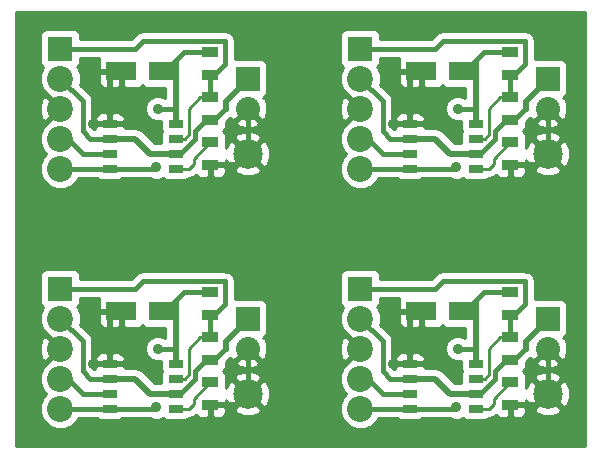
<source format=gtl>
G04 (created by PCBNEW (2013-07-07 BZR 4022)-stable) date 29/12/2014 16:41:19*
%MOIN*%
G04 Gerber Fmt 3.4, Leading zero omitted, Abs format*
%FSLAX34Y34*%
G01*
G70*
G90*
G04 APERTURE LIST*
%ADD10C,0.00590551*%
%ADD11R,0.055X0.035*%
%ADD12C,0.0984252*%
%ADD13R,0.0827X0.0827*%
%ADD14C,0.0866*%
%ADD15R,0.05X0.025*%
%ADD16R,0.08X0.08*%
%ADD17C,0.08*%
%ADD18R,0.1024X0.063*%
%ADD19C,0.035*%
%ADD20C,0.02*%
%ADD21C,0.01*%
%ADD22C,0.015*%
G04 APERTURE END LIST*
G54D10*
G54D11*
X47750Y-24625D03*
X47750Y-25375D03*
G54D12*
X49000Y-26500D03*
G54D13*
X42750Y-23000D03*
G54D14*
X42750Y-24000D03*
X42750Y-25000D03*
X42750Y-26000D03*
X42750Y-27000D03*
G54D11*
X47750Y-23125D03*
X47750Y-23875D03*
X47750Y-26125D03*
X47750Y-26875D03*
G54D15*
X44400Y-25500D03*
X44400Y-26000D03*
X44400Y-26500D03*
X44400Y-27000D03*
X46600Y-27000D03*
X46600Y-26500D03*
X46600Y-26000D03*
X46600Y-25500D03*
G54D16*
X49000Y-24000D03*
G54D17*
X49000Y-25000D03*
G54D18*
X46209Y-23750D03*
X44791Y-23750D03*
X56209Y-23750D03*
X54791Y-23750D03*
G54D16*
X59000Y-24000D03*
G54D17*
X59000Y-25000D03*
G54D15*
X54400Y-25500D03*
X54400Y-26000D03*
X54400Y-26500D03*
X54400Y-27000D03*
X56600Y-27000D03*
X56600Y-26500D03*
X56600Y-26000D03*
X56600Y-25500D03*
G54D11*
X57750Y-26125D03*
X57750Y-26875D03*
X57750Y-23125D03*
X57750Y-23875D03*
G54D13*
X52750Y-23000D03*
G54D14*
X52750Y-24000D03*
X52750Y-25000D03*
X52750Y-26000D03*
X52750Y-27000D03*
G54D12*
X59000Y-26500D03*
G54D11*
X57750Y-24625D03*
X57750Y-25375D03*
X57750Y-16625D03*
X57750Y-17375D03*
G54D12*
X59000Y-18500D03*
G54D13*
X52750Y-15000D03*
G54D14*
X52750Y-16000D03*
X52750Y-17000D03*
X52750Y-18000D03*
X52750Y-19000D03*
G54D11*
X57750Y-15125D03*
X57750Y-15875D03*
X57750Y-18125D03*
X57750Y-18875D03*
G54D15*
X54400Y-17500D03*
X54400Y-18000D03*
X54400Y-18500D03*
X54400Y-19000D03*
X56600Y-19000D03*
X56600Y-18500D03*
X56600Y-18000D03*
X56600Y-17500D03*
G54D16*
X59000Y-16000D03*
G54D17*
X59000Y-17000D03*
G54D18*
X56209Y-15750D03*
X54791Y-15750D03*
X46209Y-15750D03*
X44791Y-15750D03*
G54D16*
X49000Y-16000D03*
G54D17*
X49000Y-17000D03*
G54D15*
X44400Y-17500D03*
X44400Y-18000D03*
X44400Y-18500D03*
X44400Y-19000D03*
X46600Y-19000D03*
X46600Y-18500D03*
X46600Y-18000D03*
X46600Y-17500D03*
G54D11*
X47750Y-18125D03*
X47750Y-18875D03*
X47750Y-15125D03*
X47750Y-15875D03*
G54D13*
X42750Y-15000D03*
G54D14*
X42750Y-16000D03*
X42750Y-17000D03*
X42750Y-18000D03*
X42750Y-19000D03*
G54D12*
X49000Y-18500D03*
G54D11*
X47750Y-16625D03*
X47750Y-17375D03*
G54D19*
X45950Y-26950D03*
X46000Y-25000D03*
X56000Y-25000D03*
X55950Y-26950D03*
X55950Y-18950D03*
X56000Y-17000D03*
X46000Y-17000D03*
X45950Y-18950D03*
X43850Y-25500D03*
X53850Y-25500D03*
X53850Y-17500D03*
X43850Y-17500D03*
G54D20*
X46209Y-23750D02*
X46366Y-23750D01*
X46366Y-23750D02*
X46600Y-23984D01*
X46600Y-23984D02*
X46209Y-23750D01*
X46209Y-23750D02*
X46500Y-23750D01*
X46366Y-23750D02*
X46500Y-23750D01*
X46600Y-25500D02*
X46600Y-23984D01*
X46600Y-23984D02*
X46366Y-23750D01*
G54D21*
X46600Y-25500D02*
X46600Y-25000D01*
X46600Y-25000D02*
X46600Y-23984D01*
X46600Y-23984D02*
X46366Y-23750D01*
G54D22*
X42750Y-27000D02*
X44400Y-27000D01*
X45900Y-27000D02*
X45950Y-26950D01*
X46000Y-25000D02*
X46600Y-25000D01*
X44400Y-27000D02*
X45900Y-27000D01*
X46250Y-23750D02*
X46875Y-23125D01*
X46875Y-23125D02*
X47750Y-23125D01*
X46209Y-23750D02*
X46250Y-23750D01*
X56209Y-23750D02*
X56250Y-23750D01*
X56875Y-23125D02*
X57750Y-23125D01*
X56250Y-23750D02*
X56875Y-23125D01*
X54400Y-27000D02*
X55900Y-27000D01*
X56000Y-25000D02*
X56600Y-25000D01*
X55900Y-27000D02*
X55950Y-26950D01*
X52750Y-27000D02*
X54400Y-27000D01*
G54D21*
X56600Y-23984D02*
X56366Y-23750D01*
X56600Y-25000D02*
X56600Y-23984D01*
X56600Y-25500D02*
X56600Y-25000D01*
G54D20*
X56600Y-23984D02*
X56366Y-23750D01*
X56600Y-25500D02*
X56600Y-23984D01*
X56366Y-23750D02*
X56500Y-23750D01*
X56209Y-23750D02*
X56500Y-23750D01*
X56600Y-23984D02*
X56209Y-23750D01*
X56366Y-23750D02*
X56600Y-23984D01*
X56209Y-23750D02*
X56366Y-23750D01*
X56209Y-15750D02*
X56366Y-15750D01*
X56366Y-15750D02*
X56600Y-15984D01*
X56600Y-15984D02*
X56209Y-15750D01*
X56209Y-15750D02*
X56500Y-15750D01*
X56366Y-15750D02*
X56500Y-15750D01*
X56600Y-17500D02*
X56600Y-15984D01*
X56600Y-15984D02*
X56366Y-15750D01*
G54D21*
X56600Y-17500D02*
X56600Y-17000D01*
X56600Y-17000D02*
X56600Y-15984D01*
X56600Y-15984D02*
X56366Y-15750D01*
G54D22*
X52750Y-19000D02*
X54400Y-19000D01*
X55900Y-19000D02*
X55950Y-18950D01*
X56000Y-17000D02*
X56600Y-17000D01*
X54400Y-19000D02*
X55900Y-19000D01*
X56250Y-15750D02*
X56875Y-15125D01*
X56875Y-15125D02*
X57750Y-15125D01*
X56209Y-15750D02*
X56250Y-15750D01*
X46209Y-15750D02*
X46250Y-15750D01*
X46875Y-15125D02*
X47750Y-15125D01*
X46250Y-15750D02*
X46875Y-15125D01*
X44400Y-19000D02*
X45900Y-19000D01*
X46000Y-17000D02*
X46600Y-17000D01*
X45900Y-19000D02*
X45950Y-18950D01*
X42750Y-19000D02*
X44400Y-19000D01*
G54D21*
X46600Y-15984D02*
X46366Y-15750D01*
X46600Y-17000D02*
X46600Y-15984D01*
X46600Y-17500D02*
X46600Y-17000D01*
G54D20*
X46600Y-15984D02*
X46366Y-15750D01*
X46600Y-17500D02*
X46600Y-15984D01*
X46366Y-15750D02*
X46500Y-15750D01*
X46209Y-15750D02*
X46500Y-15750D01*
X46600Y-15984D02*
X46209Y-15750D01*
X46366Y-15750D02*
X46600Y-15984D01*
X46209Y-15750D02*
X46366Y-15750D01*
X44791Y-23750D02*
X44634Y-23750D01*
X44634Y-23750D02*
X44400Y-23984D01*
X44400Y-23984D02*
X44791Y-23750D01*
X44400Y-25500D02*
X44400Y-23984D01*
X44400Y-23984D02*
X44634Y-23750D01*
G54D21*
X44400Y-23984D02*
X44634Y-23750D01*
G54D20*
X48625Y-26875D02*
X49000Y-26500D01*
X47750Y-26875D02*
X48625Y-26875D01*
G54D22*
X43850Y-25500D02*
X44400Y-25500D01*
X49000Y-26500D02*
X49000Y-25000D01*
X59000Y-26500D02*
X59000Y-25000D01*
X53850Y-25500D02*
X54400Y-25500D01*
G54D20*
X57750Y-26875D02*
X58625Y-26875D01*
X58625Y-26875D02*
X59000Y-26500D01*
G54D21*
X54400Y-23984D02*
X54634Y-23750D01*
G54D20*
X54400Y-23984D02*
X54634Y-23750D01*
X54400Y-25500D02*
X54400Y-23984D01*
X54400Y-23984D02*
X54791Y-23750D01*
X54634Y-23750D02*
X54400Y-23984D01*
X54791Y-23750D02*
X54634Y-23750D01*
X54791Y-15750D02*
X54634Y-15750D01*
X54634Y-15750D02*
X54400Y-15984D01*
X54400Y-15984D02*
X54791Y-15750D01*
X54400Y-17500D02*
X54400Y-15984D01*
X54400Y-15984D02*
X54634Y-15750D01*
G54D21*
X54400Y-15984D02*
X54634Y-15750D01*
G54D20*
X58625Y-18875D02*
X59000Y-18500D01*
X57750Y-18875D02*
X58625Y-18875D01*
G54D22*
X53850Y-17500D02*
X54400Y-17500D01*
X59000Y-18500D02*
X59000Y-17000D01*
X49000Y-18500D02*
X49000Y-17000D01*
X43850Y-17500D02*
X44400Y-17500D01*
G54D20*
X47750Y-18875D02*
X48625Y-18875D01*
X48625Y-18875D02*
X49000Y-18500D01*
G54D21*
X44400Y-15984D02*
X44634Y-15750D01*
G54D20*
X44400Y-15984D02*
X44634Y-15750D01*
X44400Y-17500D02*
X44400Y-15984D01*
X44400Y-15984D02*
X44791Y-15750D01*
X44634Y-15750D02*
X44400Y-15984D01*
X44791Y-15750D02*
X44634Y-15750D01*
X44400Y-26000D02*
X45250Y-26000D01*
X45250Y-26000D02*
X45750Y-26500D01*
X45750Y-26500D02*
X46600Y-26500D01*
G54D21*
X45750Y-26500D02*
X46600Y-26500D01*
X45250Y-26000D02*
X45750Y-26500D01*
G54D22*
X43750Y-26000D02*
X43500Y-25750D01*
X43500Y-25750D02*
X43500Y-24750D01*
X43500Y-24750D02*
X42750Y-24000D01*
X44400Y-26000D02*
X43750Y-26000D01*
X48266Y-25000D02*
X48266Y-24733D01*
X48266Y-24733D02*
X49000Y-24000D01*
X48250Y-25000D02*
X48266Y-25000D01*
X46750Y-26500D02*
X47250Y-26000D01*
X47250Y-26000D02*
X47250Y-25750D01*
X47250Y-25750D02*
X47625Y-25375D01*
X47625Y-25375D02*
X47750Y-25375D01*
X46600Y-26500D02*
X46750Y-26500D01*
X48250Y-24750D02*
X49000Y-24000D01*
X48250Y-25000D02*
X48250Y-24750D01*
X47875Y-25375D02*
X48250Y-25000D01*
X47750Y-25375D02*
X47875Y-25375D01*
X57750Y-25375D02*
X57875Y-25375D01*
X57875Y-25375D02*
X58250Y-25000D01*
X58250Y-25000D02*
X58250Y-24750D01*
X58250Y-24750D02*
X59000Y-24000D01*
X56600Y-26500D02*
X56750Y-26500D01*
X57625Y-25375D02*
X57750Y-25375D01*
X57250Y-25750D02*
X57625Y-25375D01*
X57250Y-26000D02*
X57250Y-25750D01*
X56750Y-26500D02*
X57250Y-26000D01*
X58250Y-25000D02*
X58266Y-25000D01*
X58266Y-24733D02*
X59000Y-24000D01*
X58266Y-25000D02*
X58266Y-24733D01*
X54400Y-26000D02*
X53750Y-26000D01*
X53500Y-24750D02*
X52750Y-24000D01*
X53500Y-25750D02*
X53500Y-24750D01*
X53750Y-26000D02*
X53500Y-25750D01*
G54D21*
X55250Y-26000D02*
X55750Y-26500D01*
X55750Y-26500D02*
X56600Y-26500D01*
G54D20*
X55750Y-26500D02*
X56600Y-26500D01*
X55250Y-26000D02*
X55750Y-26500D01*
X54400Y-26000D02*
X55250Y-26000D01*
X54400Y-18000D02*
X55250Y-18000D01*
X55250Y-18000D02*
X55750Y-18500D01*
X55750Y-18500D02*
X56600Y-18500D01*
G54D21*
X55750Y-18500D02*
X56600Y-18500D01*
X55250Y-18000D02*
X55750Y-18500D01*
G54D22*
X53750Y-18000D02*
X53500Y-17750D01*
X53500Y-17750D02*
X53500Y-16750D01*
X53500Y-16750D02*
X52750Y-16000D01*
X54400Y-18000D02*
X53750Y-18000D01*
X58266Y-17000D02*
X58266Y-16733D01*
X58266Y-16733D02*
X59000Y-16000D01*
X58250Y-17000D02*
X58266Y-17000D01*
X56750Y-18500D02*
X57250Y-18000D01*
X57250Y-18000D02*
X57250Y-17750D01*
X57250Y-17750D02*
X57625Y-17375D01*
X57625Y-17375D02*
X57750Y-17375D01*
X56600Y-18500D02*
X56750Y-18500D01*
X58250Y-16750D02*
X59000Y-16000D01*
X58250Y-17000D02*
X58250Y-16750D01*
X57875Y-17375D02*
X58250Y-17000D01*
X57750Y-17375D02*
X57875Y-17375D01*
X47750Y-17375D02*
X47875Y-17375D01*
X47875Y-17375D02*
X48250Y-17000D01*
X48250Y-17000D02*
X48250Y-16750D01*
X48250Y-16750D02*
X49000Y-16000D01*
X46600Y-18500D02*
X46750Y-18500D01*
X47625Y-17375D02*
X47750Y-17375D01*
X47250Y-17750D02*
X47625Y-17375D01*
X47250Y-18000D02*
X47250Y-17750D01*
X46750Y-18500D02*
X47250Y-18000D01*
X48250Y-17000D02*
X48266Y-17000D01*
X48266Y-16733D02*
X49000Y-16000D01*
X48266Y-17000D02*
X48266Y-16733D01*
X44400Y-18000D02*
X43750Y-18000D01*
X43500Y-16750D02*
X42750Y-16000D01*
X43500Y-17750D02*
X43500Y-16750D01*
X43750Y-18000D02*
X43500Y-17750D01*
G54D21*
X45250Y-18000D02*
X45750Y-18500D01*
X45750Y-18500D02*
X46600Y-18500D01*
G54D20*
X45750Y-18500D02*
X46600Y-18500D01*
X45250Y-18000D02*
X45750Y-18500D01*
X44400Y-18000D02*
X45250Y-18000D01*
G54D21*
X46600Y-26000D02*
X46900Y-26000D01*
X47425Y-24625D02*
X47750Y-24625D01*
X47050Y-25000D02*
X47425Y-24625D01*
X47050Y-25850D02*
X47050Y-25000D01*
X46900Y-26000D02*
X47050Y-25850D01*
G54D22*
X47750Y-24625D02*
X47750Y-23875D01*
X47875Y-23875D02*
X48250Y-23500D01*
X48250Y-23500D02*
X48250Y-22750D01*
X48250Y-22750D02*
X45500Y-22750D01*
X45500Y-22750D02*
X45250Y-23000D01*
X45250Y-23000D02*
X42750Y-23000D01*
X47750Y-23875D02*
X47875Y-23875D01*
X57750Y-23875D02*
X57875Y-23875D01*
X55250Y-23000D02*
X52750Y-23000D01*
X55500Y-22750D02*
X55250Y-23000D01*
X58250Y-22750D02*
X55500Y-22750D01*
X58250Y-23500D02*
X58250Y-22750D01*
X57875Y-23875D02*
X58250Y-23500D01*
X57750Y-24625D02*
X57750Y-23875D01*
G54D21*
X56900Y-26000D02*
X57050Y-25850D01*
X57050Y-25850D02*
X57050Y-25000D01*
X57050Y-25000D02*
X57425Y-24625D01*
X57425Y-24625D02*
X57750Y-24625D01*
X56600Y-26000D02*
X56900Y-26000D01*
X56600Y-18000D02*
X56900Y-18000D01*
X57425Y-16625D02*
X57750Y-16625D01*
X57050Y-17000D02*
X57425Y-16625D01*
X57050Y-17850D02*
X57050Y-17000D01*
X56900Y-18000D02*
X57050Y-17850D01*
G54D22*
X57750Y-16625D02*
X57750Y-15875D01*
X57875Y-15875D02*
X58250Y-15500D01*
X58250Y-15500D02*
X58250Y-14750D01*
X58250Y-14750D02*
X55500Y-14750D01*
X55500Y-14750D02*
X55250Y-15000D01*
X55250Y-15000D02*
X52750Y-15000D01*
X57750Y-15875D02*
X57875Y-15875D01*
X47750Y-15875D02*
X47875Y-15875D01*
X45250Y-15000D02*
X42750Y-15000D01*
X45500Y-14750D02*
X45250Y-15000D01*
X48250Y-14750D02*
X45500Y-14750D01*
X48250Y-15500D02*
X48250Y-14750D01*
X47875Y-15875D02*
X48250Y-15500D01*
X47750Y-16625D02*
X47750Y-15875D01*
G54D21*
X46900Y-18000D02*
X47050Y-17850D01*
X47050Y-17850D02*
X47050Y-17000D01*
X47050Y-17000D02*
X47425Y-16625D01*
X47425Y-16625D02*
X47750Y-16625D01*
X46600Y-18000D02*
X46900Y-18000D01*
G54D22*
X43000Y-26000D02*
X43500Y-26500D01*
X43500Y-26500D02*
X44400Y-26500D01*
X42750Y-26000D02*
X43000Y-26000D01*
X52750Y-26000D02*
X53000Y-26000D01*
X53500Y-26500D02*
X54400Y-26500D01*
X53000Y-26000D02*
X53500Y-26500D01*
X53000Y-18000D02*
X53500Y-18500D01*
X53500Y-18500D02*
X54400Y-18500D01*
X52750Y-18000D02*
X53000Y-18000D01*
X42750Y-18000D02*
X43000Y-18000D01*
X43500Y-18500D02*
X44400Y-18500D01*
X43000Y-18000D02*
X43500Y-18500D01*
G54D21*
X46600Y-27000D02*
X47050Y-27000D01*
X47200Y-26675D02*
X47750Y-26125D01*
X47200Y-26850D02*
X47200Y-26675D01*
X47050Y-27000D02*
X47200Y-26850D01*
X57050Y-27000D02*
X57200Y-26850D01*
X57200Y-26850D02*
X57200Y-26675D01*
X57200Y-26675D02*
X57750Y-26125D01*
X56600Y-27000D02*
X57050Y-27000D01*
X56600Y-19000D02*
X57050Y-19000D01*
X57200Y-18675D02*
X57750Y-18125D01*
X57200Y-18850D02*
X57200Y-18675D01*
X57050Y-19000D02*
X57200Y-18850D01*
X47050Y-19000D02*
X47200Y-18850D01*
X47200Y-18850D02*
X47200Y-18675D01*
X47200Y-18675D02*
X47750Y-18125D01*
X46600Y-19000D02*
X47050Y-19000D01*
G54D10*
G36*
X46250Y-16648D02*
X46241Y-16639D01*
X46084Y-16575D01*
X45915Y-16574D01*
X45759Y-16639D01*
X45639Y-16758D01*
X45575Y-16915D01*
X45574Y-17084D01*
X45639Y-17240D01*
X45758Y-17360D01*
X45915Y-17424D01*
X46084Y-17425D01*
X46099Y-17418D01*
X46099Y-17424D01*
X46099Y-17674D01*
X46131Y-17750D01*
X46100Y-17825D01*
X46099Y-17924D01*
X46099Y-18150D01*
X45894Y-18150D01*
X45497Y-17752D01*
X45383Y-17676D01*
X45250Y-17650D01*
X44900Y-17650D01*
X44900Y-17325D01*
X44862Y-17233D01*
X44791Y-17163D01*
X44741Y-17142D01*
X44741Y-16252D01*
X44741Y-15800D01*
X44091Y-15800D01*
X44029Y-15862D01*
X44028Y-16015D01*
X44029Y-16114D01*
X44067Y-16206D01*
X44137Y-16277D01*
X44229Y-16315D01*
X44678Y-16315D01*
X44741Y-16252D01*
X44741Y-17142D01*
X44699Y-17125D01*
X44600Y-17124D01*
X44512Y-17125D01*
X44450Y-17187D01*
X44450Y-17450D01*
X44837Y-17450D01*
X44900Y-17387D01*
X44900Y-17325D01*
X44900Y-17650D01*
X44900Y-17650D01*
X44900Y-17612D01*
X44837Y-17550D01*
X44450Y-17550D01*
X44450Y-17557D01*
X44350Y-17557D01*
X44350Y-17550D01*
X44350Y-17450D01*
X44350Y-17187D01*
X44287Y-17125D01*
X44199Y-17124D01*
X44100Y-17125D01*
X44008Y-17163D01*
X43937Y-17233D01*
X43899Y-17325D01*
X43900Y-17387D01*
X43962Y-17450D01*
X44350Y-17450D01*
X44350Y-17550D01*
X43962Y-17550D01*
X43900Y-17612D01*
X43899Y-17674D01*
X43900Y-17675D01*
X43884Y-17675D01*
X43825Y-17615D01*
X43825Y-16750D01*
X43824Y-16749D01*
X43825Y-16749D01*
X43820Y-16725D01*
X43800Y-16625D01*
X43800Y-16625D01*
X43729Y-16520D01*
X43729Y-16520D01*
X43407Y-16197D01*
X43432Y-16136D01*
X43433Y-15864D01*
X43329Y-15613D01*
X43323Y-15607D01*
X43375Y-15555D01*
X43413Y-15463D01*
X43413Y-15363D01*
X43413Y-15325D01*
X44053Y-15325D01*
X44029Y-15385D01*
X44028Y-15484D01*
X44029Y-15637D01*
X44091Y-15700D01*
X44741Y-15700D01*
X44741Y-15692D01*
X44841Y-15692D01*
X44841Y-15700D01*
X44848Y-15700D01*
X44848Y-15800D01*
X44841Y-15800D01*
X44841Y-16252D01*
X44903Y-16315D01*
X45352Y-16315D01*
X45444Y-16277D01*
X45500Y-16221D01*
X45555Y-16276D01*
X45647Y-16314D01*
X45746Y-16315D01*
X46250Y-16315D01*
X46250Y-16648D01*
X46250Y-16648D01*
G37*
G54D21*
X46250Y-16648D02*
X46241Y-16639D01*
X46084Y-16575D01*
X45915Y-16574D01*
X45759Y-16639D01*
X45639Y-16758D01*
X45575Y-16915D01*
X45574Y-17084D01*
X45639Y-17240D01*
X45758Y-17360D01*
X45915Y-17424D01*
X46084Y-17425D01*
X46099Y-17418D01*
X46099Y-17424D01*
X46099Y-17674D01*
X46131Y-17750D01*
X46100Y-17825D01*
X46099Y-17924D01*
X46099Y-18150D01*
X45894Y-18150D01*
X45497Y-17752D01*
X45383Y-17676D01*
X45250Y-17650D01*
X44900Y-17650D01*
X44900Y-17325D01*
X44862Y-17233D01*
X44791Y-17163D01*
X44741Y-17142D01*
X44741Y-16252D01*
X44741Y-15800D01*
X44091Y-15800D01*
X44029Y-15862D01*
X44028Y-16015D01*
X44029Y-16114D01*
X44067Y-16206D01*
X44137Y-16277D01*
X44229Y-16315D01*
X44678Y-16315D01*
X44741Y-16252D01*
X44741Y-17142D01*
X44699Y-17125D01*
X44600Y-17124D01*
X44512Y-17125D01*
X44450Y-17187D01*
X44450Y-17450D01*
X44837Y-17450D01*
X44900Y-17387D01*
X44900Y-17325D01*
X44900Y-17650D01*
X44900Y-17650D01*
X44900Y-17612D01*
X44837Y-17550D01*
X44450Y-17550D01*
X44450Y-17557D01*
X44350Y-17557D01*
X44350Y-17550D01*
X44350Y-17450D01*
X44350Y-17187D01*
X44287Y-17125D01*
X44199Y-17124D01*
X44100Y-17125D01*
X44008Y-17163D01*
X43937Y-17233D01*
X43899Y-17325D01*
X43900Y-17387D01*
X43962Y-17450D01*
X44350Y-17450D01*
X44350Y-17550D01*
X43962Y-17550D01*
X43900Y-17612D01*
X43899Y-17674D01*
X43900Y-17675D01*
X43884Y-17675D01*
X43825Y-17615D01*
X43825Y-16750D01*
X43824Y-16749D01*
X43825Y-16749D01*
X43820Y-16725D01*
X43800Y-16625D01*
X43800Y-16625D01*
X43729Y-16520D01*
X43729Y-16520D01*
X43407Y-16197D01*
X43432Y-16136D01*
X43433Y-15864D01*
X43329Y-15613D01*
X43323Y-15607D01*
X43375Y-15555D01*
X43413Y-15463D01*
X43413Y-15363D01*
X43413Y-15325D01*
X44053Y-15325D01*
X44029Y-15385D01*
X44028Y-15484D01*
X44029Y-15637D01*
X44091Y-15700D01*
X44741Y-15700D01*
X44741Y-15692D01*
X44841Y-15692D01*
X44841Y-15700D01*
X44848Y-15700D01*
X44848Y-15800D01*
X44841Y-15800D01*
X44841Y-16252D01*
X44903Y-16315D01*
X45352Y-16315D01*
X45444Y-16277D01*
X45500Y-16221D01*
X45555Y-16276D01*
X45647Y-16314D01*
X45746Y-16315D01*
X46250Y-16315D01*
X46250Y-16648D01*
G54D10*
G36*
X46250Y-24648D02*
X46241Y-24639D01*
X46084Y-24575D01*
X45915Y-24574D01*
X45759Y-24639D01*
X45639Y-24758D01*
X45575Y-24915D01*
X45574Y-25084D01*
X45639Y-25240D01*
X45758Y-25360D01*
X45915Y-25424D01*
X46084Y-25425D01*
X46099Y-25418D01*
X46099Y-25424D01*
X46099Y-25674D01*
X46131Y-25750D01*
X46100Y-25825D01*
X46099Y-25924D01*
X46099Y-26150D01*
X45894Y-26150D01*
X45497Y-25752D01*
X45383Y-25676D01*
X45250Y-25650D01*
X44900Y-25650D01*
X44900Y-25325D01*
X44862Y-25233D01*
X44791Y-25163D01*
X44741Y-25142D01*
X44741Y-24252D01*
X44741Y-23800D01*
X44091Y-23800D01*
X44029Y-23862D01*
X44028Y-24015D01*
X44029Y-24114D01*
X44067Y-24206D01*
X44137Y-24277D01*
X44229Y-24315D01*
X44678Y-24315D01*
X44741Y-24252D01*
X44741Y-25142D01*
X44699Y-25125D01*
X44600Y-25124D01*
X44512Y-25125D01*
X44450Y-25187D01*
X44450Y-25450D01*
X44837Y-25450D01*
X44900Y-25387D01*
X44900Y-25325D01*
X44900Y-25650D01*
X44900Y-25650D01*
X44900Y-25612D01*
X44837Y-25550D01*
X44450Y-25550D01*
X44450Y-25557D01*
X44350Y-25557D01*
X44350Y-25550D01*
X44350Y-25450D01*
X44350Y-25187D01*
X44287Y-25125D01*
X44199Y-25124D01*
X44100Y-25125D01*
X44008Y-25163D01*
X43937Y-25233D01*
X43899Y-25325D01*
X43900Y-25387D01*
X43962Y-25450D01*
X44350Y-25450D01*
X44350Y-25550D01*
X43962Y-25550D01*
X43900Y-25612D01*
X43899Y-25674D01*
X43900Y-25675D01*
X43884Y-25675D01*
X43825Y-25615D01*
X43825Y-24750D01*
X43824Y-24749D01*
X43825Y-24749D01*
X43820Y-24725D01*
X43800Y-24625D01*
X43800Y-24625D01*
X43729Y-24520D01*
X43729Y-24520D01*
X43407Y-24197D01*
X43432Y-24136D01*
X43433Y-23864D01*
X43329Y-23613D01*
X43323Y-23607D01*
X43375Y-23555D01*
X43413Y-23463D01*
X43413Y-23363D01*
X43413Y-23325D01*
X44053Y-23325D01*
X44029Y-23385D01*
X44028Y-23484D01*
X44029Y-23637D01*
X44091Y-23700D01*
X44741Y-23700D01*
X44741Y-23692D01*
X44841Y-23692D01*
X44841Y-23700D01*
X44848Y-23700D01*
X44848Y-23800D01*
X44841Y-23800D01*
X44841Y-24252D01*
X44903Y-24315D01*
X45352Y-24315D01*
X45444Y-24277D01*
X45500Y-24221D01*
X45555Y-24276D01*
X45647Y-24314D01*
X45746Y-24315D01*
X46250Y-24315D01*
X46250Y-24648D01*
X46250Y-24648D01*
G37*
G54D21*
X46250Y-24648D02*
X46241Y-24639D01*
X46084Y-24575D01*
X45915Y-24574D01*
X45759Y-24639D01*
X45639Y-24758D01*
X45575Y-24915D01*
X45574Y-25084D01*
X45639Y-25240D01*
X45758Y-25360D01*
X45915Y-25424D01*
X46084Y-25425D01*
X46099Y-25418D01*
X46099Y-25424D01*
X46099Y-25674D01*
X46131Y-25750D01*
X46100Y-25825D01*
X46099Y-25924D01*
X46099Y-26150D01*
X45894Y-26150D01*
X45497Y-25752D01*
X45383Y-25676D01*
X45250Y-25650D01*
X44900Y-25650D01*
X44900Y-25325D01*
X44862Y-25233D01*
X44791Y-25163D01*
X44741Y-25142D01*
X44741Y-24252D01*
X44741Y-23800D01*
X44091Y-23800D01*
X44029Y-23862D01*
X44028Y-24015D01*
X44029Y-24114D01*
X44067Y-24206D01*
X44137Y-24277D01*
X44229Y-24315D01*
X44678Y-24315D01*
X44741Y-24252D01*
X44741Y-25142D01*
X44699Y-25125D01*
X44600Y-25124D01*
X44512Y-25125D01*
X44450Y-25187D01*
X44450Y-25450D01*
X44837Y-25450D01*
X44900Y-25387D01*
X44900Y-25325D01*
X44900Y-25650D01*
X44900Y-25650D01*
X44900Y-25612D01*
X44837Y-25550D01*
X44450Y-25550D01*
X44450Y-25557D01*
X44350Y-25557D01*
X44350Y-25550D01*
X44350Y-25450D01*
X44350Y-25187D01*
X44287Y-25125D01*
X44199Y-25124D01*
X44100Y-25125D01*
X44008Y-25163D01*
X43937Y-25233D01*
X43899Y-25325D01*
X43900Y-25387D01*
X43962Y-25450D01*
X44350Y-25450D01*
X44350Y-25550D01*
X43962Y-25550D01*
X43900Y-25612D01*
X43899Y-25674D01*
X43900Y-25675D01*
X43884Y-25675D01*
X43825Y-25615D01*
X43825Y-24750D01*
X43824Y-24749D01*
X43825Y-24749D01*
X43820Y-24725D01*
X43800Y-24625D01*
X43800Y-24625D01*
X43729Y-24520D01*
X43729Y-24520D01*
X43407Y-24197D01*
X43432Y-24136D01*
X43433Y-23864D01*
X43329Y-23613D01*
X43323Y-23607D01*
X43375Y-23555D01*
X43413Y-23463D01*
X43413Y-23363D01*
X43413Y-23325D01*
X44053Y-23325D01*
X44029Y-23385D01*
X44028Y-23484D01*
X44029Y-23637D01*
X44091Y-23700D01*
X44741Y-23700D01*
X44741Y-23692D01*
X44841Y-23692D01*
X44841Y-23700D01*
X44848Y-23700D01*
X44848Y-23800D01*
X44841Y-23800D01*
X44841Y-24252D01*
X44903Y-24315D01*
X45352Y-24315D01*
X45444Y-24277D01*
X45500Y-24221D01*
X45555Y-24276D01*
X45647Y-24314D01*
X45746Y-24315D01*
X46250Y-24315D01*
X46250Y-24648D01*
G54D10*
G36*
X56250Y-16648D02*
X56241Y-16639D01*
X56084Y-16575D01*
X55915Y-16574D01*
X55759Y-16639D01*
X55639Y-16758D01*
X55575Y-16915D01*
X55574Y-17084D01*
X55639Y-17240D01*
X55758Y-17360D01*
X55915Y-17424D01*
X56084Y-17425D01*
X56099Y-17418D01*
X56099Y-17424D01*
X56099Y-17674D01*
X56131Y-17750D01*
X56100Y-17825D01*
X56099Y-17924D01*
X56099Y-18150D01*
X55894Y-18150D01*
X55497Y-17752D01*
X55383Y-17676D01*
X55250Y-17650D01*
X54900Y-17650D01*
X54900Y-17325D01*
X54862Y-17233D01*
X54791Y-17163D01*
X54741Y-17142D01*
X54741Y-16252D01*
X54741Y-15800D01*
X54091Y-15800D01*
X54029Y-15862D01*
X54028Y-16015D01*
X54029Y-16114D01*
X54067Y-16206D01*
X54137Y-16277D01*
X54229Y-16315D01*
X54678Y-16315D01*
X54741Y-16252D01*
X54741Y-17142D01*
X54699Y-17125D01*
X54600Y-17124D01*
X54512Y-17125D01*
X54450Y-17187D01*
X54450Y-17450D01*
X54837Y-17450D01*
X54900Y-17387D01*
X54900Y-17325D01*
X54900Y-17650D01*
X54900Y-17650D01*
X54900Y-17612D01*
X54837Y-17550D01*
X54450Y-17550D01*
X54450Y-17557D01*
X54350Y-17557D01*
X54350Y-17550D01*
X54350Y-17450D01*
X54350Y-17187D01*
X54287Y-17125D01*
X54199Y-17124D01*
X54100Y-17125D01*
X54008Y-17163D01*
X53937Y-17233D01*
X53899Y-17325D01*
X53900Y-17387D01*
X53962Y-17450D01*
X54350Y-17450D01*
X54350Y-17550D01*
X53962Y-17550D01*
X53900Y-17612D01*
X53899Y-17674D01*
X53900Y-17675D01*
X53884Y-17675D01*
X53825Y-17615D01*
X53825Y-16750D01*
X53824Y-16749D01*
X53825Y-16749D01*
X53820Y-16725D01*
X53800Y-16625D01*
X53800Y-16625D01*
X53729Y-16520D01*
X53729Y-16520D01*
X53407Y-16197D01*
X53432Y-16136D01*
X53433Y-15864D01*
X53329Y-15613D01*
X53323Y-15607D01*
X53375Y-15555D01*
X53413Y-15463D01*
X53413Y-15363D01*
X53413Y-15325D01*
X54053Y-15325D01*
X54029Y-15385D01*
X54028Y-15484D01*
X54029Y-15637D01*
X54091Y-15700D01*
X54741Y-15700D01*
X54741Y-15692D01*
X54841Y-15692D01*
X54841Y-15700D01*
X54848Y-15700D01*
X54848Y-15800D01*
X54841Y-15800D01*
X54841Y-16252D01*
X54903Y-16315D01*
X55352Y-16315D01*
X55444Y-16277D01*
X55500Y-16221D01*
X55555Y-16276D01*
X55647Y-16314D01*
X55746Y-16315D01*
X56250Y-16315D01*
X56250Y-16648D01*
X56250Y-16648D01*
G37*
G54D21*
X56250Y-16648D02*
X56241Y-16639D01*
X56084Y-16575D01*
X55915Y-16574D01*
X55759Y-16639D01*
X55639Y-16758D01*
X55575Y-16915D01*
X55574Y-17084D01*
X55639Y-17240D01*
X55758Y-17360D01*
X55915Y-17424D01*
X56084Y-17425D01*
X56099Y-17418D01*
X56099Y-17424D01*
X56099Y-17674D01*
X56131Y-17750D01*
X56100Y-17825D01*
X56099Y-17924D01*
X56099Y-18150D01*
X55894Y-18150D01*
X55497Y-17752D01*
X55383Y-17676D01*
X55250Y-17650D01*
X54900Y-17650D01*
X54900Y-17325D01*
X54862Y-17233D01*
X54791Y-17163D01*
X54741Y-17142D01*
X54741Y-16252D01*
X54741Y-15800D01*
X54091Y-15800D01*
X54029Y-15862D01*
X54028Y-16015D01*
X54029Y-16114D01*
X54067Y-16206D01*
X54137Y-16277D01*
X54229Y-16315D01*
X54678Y-16315D01*
X54741Y-16252D01*
X54741Y-17142D01*
X54699Y-17125D01*
X54600Y-17124D01*
X54512Y-17125D01*
X54450Y-17187D01*
X54450Y-17450D01*
X54837Y-17450D01*
X54900Y-17387D01*
X54900Y-17325D01*
X54900Y-17650D01*
X54900Y-17650D01*
X54900Y-17612D01*
X54837Y-17550D01*
X54450Y-17550D01*
X54450Y-17557D01*
X54350Y-17557D01*
X54350Y-17550D01*
X54350Y-17450D01*
X54350Y-17187D01*
X54287Y-17125D01*
X54199Y-17124D01*
X54100Y-17125D01*
X54008Y-17163D01*
X53937Y-17233D01*
X53899Y-17325D01*
X53900Y-17387D01*
X53962Y-17450D01*
X54350Y-17450D01*
X54350Y-17550D01*
X53962Y-17550D01*
X53900Y-17612D01*
X53899Y-17674D01*
X53900Y-17675D01*
X53884Y-17675D01*
X53825Y-17615D01*
X53825Y-16750D01*
X53824Y-16749D01*
X53825Y-16749D01*
X53820Y-16725D01*
X53800Y-16625D01*
X53800Y-16625D01*
X53729Y-16520D01*
X53729Y-16520D01*
X53407Y-16197D01*
X53432Y-16136D01*
X53433Y-15864D01*
X53329Y-15613D01*
X53323Y-15607D01*
X53375Y-15555D01*
X53413Y-15463D01*
X53413Y-15363D01*
X53413Y-15325D01*
X54053Y-15325D01*
X54029Y-15385D01*
X54028Y-15484D01*
X54029Y-15637D01*
X54091Y-15700D01*
X54741Y-15700D01*
X54741Y-15692D01*
X54841Y-15692D01*
X54841Y-15700D01*
X54848Y-15700D01*
X54848Y-15800D01*
X54841Y-15800D01*
X54841Y-16252D01*
X54903Y-16315D01*
X55352Y-16315D01*
X55444Y-16277D01*
X55500Y-16221D01*
X55555Y-16276D01*
X55647Y-16314D01*
X55746Y-16315D01*
X56250Y-16315D01*
X56250Y-16648D01*
G54D10*
G36*
X56250Y-24648D02*
X56241Y-24639D01*
X56084Y-24575D01*
X55915Y-24574D01*
X55759Y-24639D01*
X55639Y-24758D01*
X55575Y-24915D01*
X55574Y-25084D01*
X55639Y-25240D01*
X55758Y-25360D01*
X55915Y-25424D01*
X56084Y-25425D01*
X56099Y-25418D01*
X56099Y-25424D01*
X56099Y-25674D01*
X56131Y-25750D01*
X56100Y-25825D01*
X56099Y-25924D01*
X56099Y-26150D01*
X55894Y-26150D01*
X55497Y-25752D01*
X55383Y-25676D01*
X55250Y-25650D01*
X54900Y-25650D01*
X54900Y-25325D01*
X54862Y-25233D01*
X54791Y-25163D01*
X54741Y-25142D01*
X54741Y-24252D01*
X54741Y-23800D01*
X54091Y-23800D01*
X54029Y-23862D01*
X54028Y-24015D01*
X54029Y-24114D01*
X54067Y-24206D01*
X54137Y-24277D01*
X54229Y-24315D01*
X54678Y-24315D01*
X54741Y-24252D01*
X54741Y-25142D01*
X54699Y-25125D01*
X54600Y-25124D01*
X54512Y-25125D01*
X54450Y-25187D01*
X54450Y-25450D01*
X54837Y-25450D01*
X54900Y-25387D01*
X54900Y-25325D01*
X54900Y-25650D01*
X54900Y-25650D01*
X54900Y-25612D01*
X54837Y-25550D01*
X54450Y-25550D01*
X54450Y-25557D01*
X54350Y-25557D01*
X54350Y-25550D01*
X54350Y-25450D01*
X54350Y-25187D01*
X54287Y-25125D01*
X54199Y-25124D01*
X54100Y-25125D01*
X54008Y-25163D01*
X53937Y-25233D01*
X53899Y-25325D01*
X53900Y-25387D01*
X53962Y-25450D01*
X54350Y-25450D01*
X54350Y-25550D01*
X53962Y-25550D01*
X53900Y-25612D01*
X53899Y-25674D01*
X53900Y-25675D01*
X53884Y-25675D01*
X53825Y-25615D01*
X53825Y-24750D01*
X53824Y-24749D01*
X53825Y-24749D01*
X53820Y-24725D01*
X53800Y-24625D01*
X53800Y-24625D01*
X53729Y-24520D01*
X53729Y-24520D01*
X53407Y-24197D01*
X53432Y-24136D01*
X53433Y-23864D01*
X53329Y-23613D01*
X53323Y-23607D01*
X53375Y-23555D01*
X53413Y-23463D01*
X53413Y-23363D01*
X53413Y-23325D01*
X54053Y-23325D01*
X54029Y-23385D01*
X54028Y-23484D01*
X54029Y-23637D01*
X54091Y-23700D01*
X54741Y-23700D01*
X54741Y-23692D01*
X54841Y-23692D01*
X54841Y-23700D01*
X54848Y-23700D01*
X54848Y-23800D01*
X54841Y-23800D01*
X54841Y-24252D01*
X54903Y-24315D01*
X55352Y-24315D01*
X55444Y-24277D01*
X55500Y-24221D01*
X55555Y-24276D01*
X55647Y-24314D01*
X55746Y-24315D01*
X56250Y-24315D01*
X56250Y-24648D01*
X56250Y-24648D01*
G37*
G54D21*
X56250Y-24648D02*
X56241Y-24639D01*
X56084Y-24575D01*
X55915Y-24574D01*
X55759Y-24639D01*
X55639Y-24758D01*
X55575Y-24915D01*
X55574Y-25084D01*
X55639Y-25240D01*
X55758Y-25360D01*
X55915Y-25424D01*
X56084Y-25425D01*
X56099Y-25418D01*
X56099Y-25424D01*
X56099Y-25674D01*
X56131Y-25750D01*
X56100Y-25825D01*
X56099Y-25924D01*
X56099Y-26150D01*
X55894Y-26150D01*
X55497Y-25752D01*
X55383Y-25676D01*
X55250Y-25650D01*
X54900Y-25650D01*
X54900Y-25325D01*
X54862Y-25233D01*
X54791Y-25163D01*
X54741Y-25142D01*
X54741Y-24252D01*
X54741Y-23800D01*
X54091Y-23800D01*
X54029Y-23862D01*
X54028Y-24015D01*
X54029Y-24114D01*
X54067Y-24206D01*
X54137Y-24277D01*
X54229Y-24315D01*
X54678Y-24315D01*
X54741Y-24252D01*
X54741Y-25142D01*
X54699Y-25125D01*
X54600Y-25124D01*
X54512Y-25125D01*
X54450Y-25187D01*
X54450Y-25450D01*
X54837Y-25450D01*
X54900Y-25387D01*
X54900Y-25325D01*
X54900Y-25650D01*
X54900Y-25650D01*
X54900Y-25612D01*
X54837Y-25550D01*
X54450Y-25550D01*
X54450Y-25557D01*
X54350Y-25557D01*
X54350Y-25550D01*
X54350Y-25450D01*
X54350Y-25187D01*
X54287Y-25125D01*
X54199Y-25124D01*
X54100Y-25125D01*
X54008Y-25163D01*
X53937Y-25233D01*
X53899Y-25325D01*
X53900Y-25387D01*
X53962Y-25450D01*
X54350Y-25450D01*
X54350Y-25550D01*
X53962Y-25550D01*
X53900Y-25612D01*
X53899Y-25674D01*
X53900Y-25675D01*
X53884Y-25675D01*
X53825Y-25615D01*
X53825Y-24750D01*
X53824Y-24749D01*
X53825Y-24749D01*
X53820Y-24725D01*
X53800Y-24625D01*
X53800Y-24625D01*
X53729Y-24520D01*
X53729Y-24520D01*
X53407Y-24197D01*
X53432Y-24136D01*
X53433Y-23864D01*
X53329Y-23613D01*
X53323Y-23607D01*
X53375Y-23555D01*
X53413Y-23463D01*
X53413Y-23363D01*
X53413Y-23325D01*
X54053Y-23325D01*
X54029Y-23385D01*
X54028Y-23484D01*
X54029Y-23637D01*
X54091Y-23700D01*
X54741Y-23700D01*
X54741Y-23692D01*
X54841Y-23692D01*
X54841Y-23700D01*
X54848Y-23700D01*
X54848Y-23800D01*
X54841Y-23800D01*
X54841Y-24252D01*
X54903Y-24315D01*
X55352Y-24315D01*
X55444Y-24277D01*
X55500Y-24221D01*
X55555Y-24276D01*
X55647Y-24314D01*
X55746Y-24315D01*
X56250Y-24315D01*
X56250Y-24648D01*
G54D10*
G36*
X60230Y-28230D02*
X59745Y-28230D01*
X59745Y-26627D01*
X59745Y-18627D01*
X59737Y-18332D01*
X59654Y-18130D01*
X59654Y-17105D01*
X59644Y-16847D01*
X59564Y-16652D01*
X59501Y-16628D01*
X59541Y-16612D01*
X59611Y-16541D01*
X59649Y-16449D01*
X59650Y-16350D01*
X59650Y-15550D01*
X59612Y-15458D01*
X59541Y-15388D01*
X59449Y-15350D01*
X59350Y-15349D01*
X58575Y-15349D01*
X58575Y-14750D01*
X58550Y-14625D01*
X58479Y-14520D01*
X58374Y-14449D01*
X58250Y-14425D01*
X55500Y-14425D01*
X55375Y-14449D01*
X55270Y-14520D01*
X55270Y-14520D01*
X55115Y-14675D01*
X53413Y-14675D01*
X53413Y-14536D01*
X53375Y-14445D01*
X53305Y-14374D01*
X53213Y-14336D01*
X53113Y-14336D01*
X52286Y-14336D01*
X52195Y-14374D01*
X52124Y-14444D01*
X52086Y-14536D01*
X52086Y-14636D01*
X52086Y-15463D01*
X52124Y-15554D01*
X52176Y-15607D01*
X52171Y-15612D01*
X52067Y-15863D01*
X52066Y-16135D01*
X52170Y-16386D01*
X52362Y-16578D01*
X52425Y-16604D01*
X52750Y-16929D01*
X52755Y-16923D01*
X52826Y-16994D01*
X52820Y-17000D01*
X52826Y-17005D01*
X52755Y-17076D01*
X52750Y-17070D01*
X52679Y-17141D01*
X52679Y-17000D01*
X52267Y-16588D01*
X52158Y-16632D01*
X52062Y-16886D01*
X52071Y-17158D01*
X52158Y-17367D01*
X52267Y-17411D01*
X52679Y-17000D01*
X52679Y-17141D01*
X52425Y-17394D01*
X52363Y-17420D01*
X52171Y-17612D01*
X52067Y-17863D01*
X52066Y-18135D01*
X52170Y-18386D01*
X52284Y-18500D01*
X52171Y-18612D01*
X52067Y-18863D01*
X52066Y-19135D01*
X52170Y-19386D01*
X52362Y-19578D01*
X52613Y-19682D01*
X52885Y-19683D01*
X53136Y-19579D01*
X53328Y-19387D01*
X53354Y-19325D01*
X53996Y-19325D01*
X54008Y-19336D01*
X54100Y-19374D01*
X54199Y-19375D01*
X54699Y-19375D01*
X54791Y-19337D01*
X54803Y-19325D01*
X55744Y-19325D01*
X55865Y-19374D01*
X56034Y-19375D01*
X56184Y-19312D01*
X56208Y-19336D01*
X56300Y-19374D01*
X56399Y-19375D01*
X56899Y-19375D01*
X56991Y-19337D01*
X57028Y-19300D01*
X57050Y-19300D01*
X57050Y-19299D01*
X57164Y-19277D01*
X57164Y-19277D01*
X57262Y-19212D01*
X57272Y-19201D01*
X57333Y-19261D01*
X57425Y-19299D01*
X57524Y-19300D01*
X57637Y-19300D01*
X57700Y-19237D01*
X57700Y-18925D01*
X57692Y-18925D01*
X57692Y-18825D01*
X57700Y-18825D01*
X57700Y-18817D01*
X57800Y-18817D01*
X57800Y-18825D01*
X58212Y-18825D01*
X58275Y-18762D01*
X58275Y-18698D01*
X58359Y-18903D01*
X58475Y-18954D01*
X58929Y-18500D01*
X58475Y-18045D01*
X58359Y-18096D01*
X58274Y-18318D01*
X58275Y-18250D01*
X58275Y-17900D01*
X58237Y-17808D01*
X58178Y-17749D01*
X58236Y-17691D01*
X58274Y-17599D01*
X58275Y-17500D01*
X58275Y-17434D01*
X58414Y-17295D01*
X58435Y-17347D01*
X58541Y-17387D01*
X58929Y-17000D01*
X58923Y-16994D01*
X58994Y-16923D01*
X59000Y-16929D01*
X59005Y-16923D01*
X59076Y-16994D01*
X59070Y-17000D01*
X59458Y-17387D01*
X59564Y-17347D01*
X59654Y-17105D01*
X59654Y-18130D01*
X59640Y-18096D01*
X59524Y-18045D01*
X59454Y-18116D01*
X59454Y-17975D01*
X59403Y-17859D01*
X59387Y-17853D01*
X59387Y-17458D01*
X59000Y-17070D01*
X58612Y-17458D01*
X58652Y-17564D01*
X58894Y-17654D01*
X59152Y-17644D01*
X59347Y-17564D01*
X59387Y-17458D01*
X59387Y-17853D01*
X59127Y-17754D01*
X58832Y-17762D01*
X58596Y-17859D01*
X58545Y-17975D01*
X59000Y-18429D01*
X59454Y-17975D01*
X59454Y-18116D01*
X59070Y-18500D01*
X59524Y-18954D01*
X59640Y-18903D01*
X59745Y-18627D01*
X59745Y-26627D01*
X59737Y-26332D01*
X59654Y-26130D01*
X59654Y-25105D01*
X59644Y-24847D01*
X59564Y-24652D01*
X59501Y-24628D01*
X59541Y-24612D01*
X59611Y-24541D01*
X59649Y-24449D01*
X59650Y-24350D01*
X59650Y-23550D01*
X59612Y-23458D01*
X59541Y-23388D01*
X59454Y-23351D01*
X59454Y-19024D01*
X59000Y-18570D01*
X58545Y-19024D01*
X58596Y-19140D01*
X58872Y-19245D01*
X59167Y-19237D01*
X59403Y-19140D01*
X59454Y-19024D01*
X59454Y-23351D01*
X59449Y-23350D01*
X59350Y-23349D01*
X58575Y-23349D01*
X58575Y-22750D01*
X58550Y-22625D01*
X58479Y-22520D01*
X58374Y-22449D01*
X58275Y-22429D01*
X58275Y-19099D01*
X58275Y-18987D01*
X58212Y-18925D01*
X57800Y-18925D01*
X57800Y-19237D01*
X57862Y-19300D01*
X57975Y-19300D01*
X58074Y-19299D01*
X58166Y-19261D01*
X58237Y-19191D01*
X58275Y-19099D01*
X58275Y-22429D01*
X58250Y-22425D01*
X55500Y-22425D01*
X55375Y-22449D01*
X55270Y-22520D01*
X55270Y-22520D01*
X55115Y-22675D01*
X53413Y-22675D01*
X53413Y-22536D01*
X53375Y-22445D01*
X53305Y-22374D01*
X53213Y-22336D01*
X53113Y-22336D01*
X52286Y-22336D01*
X52195Y-22374D01*
X52124Y-22444D01*
X52086Y-22536D01*
X52086Y-22636D01*
X52086Y-23463D01*
X52124Y-23554D01*
X52176Y-23607D01*
X52171Y-23612D01*
X52067Y-23863D01*
X52066Y-24135D01*
X52170Y-24386D01*
X52362Y-24578D01*
X52425Y-24604D01*
X52750Y-24929D01*
X52755Y-24923D01*
X52826Y-24994D01*
X52820Y-25000D01*
X52826Y-25005D01*
X52755Y-25076D01*
X52750Y-25070D01*
X52679Y-25141D01*
X52679Y-25000D01*
X52267Y-24588D01*
X52158Y-24632D01*
X52062Y-24886D01*
X52071Y-25158D01*
X52158Y-25367D01*
X52267Y-25411D01*
X52679Y-25000D01*
X52679Y-25141D01*
X52425Y-25394D01*
X52363Y-25420D01*
X52171Y-25612D01*
X52067Y-25863D01*
X52066Y-26135D01*
X52170Y-26386D01*
X52284Y-26500D01*
X52171Y-26612D01*
X52067Y-26863D01*
X52066Y-27135D01*
X52170Y-27386D01*
X52362Y-27578D01*
X52613Y-27682D01*
X52885Y-27683D01*
X53136Y-27579D01*
X53328Y-27387D01*
X53354Y-27325D01*
X53996Y-27325D01*
X54008Y-27336D01*
X54100Y-27374D01*
X54199Y-27375D01*
X54699Y-27375D01*
X54791Y-27337D01*
X54803Y-27325D01*
X55744Y-27325D01*
X55865Y-27374D01*
X56034Y-27375D01*
X56184Y-27312D01*
X56208Y-27336D01*
X56300Y-27374D01*
X56399Y-27375D01*
X56899Y-27375D01*
X56991Y-27337D01*
X57028Y-27300D01*
X57050Y-27300D01*
X57050Y-27299D01*
X57164Y-27277D01*
X57164Y-27277D01*
X57262Y-27212D01*
X57272Y-27201D01*
X57333Y-27261D01*
X57425Y-27299D01*
X57524Y-27300D01*
X57637Y-27300D01*
X57700Y-27237D01*
X57700Y-26925D01*
X57692Y-26925D01*
X57692Y-26825D01*
X57700Y-26825D01*
X57700Y-26817D01*
X57800Y-26817D01*
X57800Y-26825D01*
X58212Y-26825D01*
X58275Y-26762D01*
X58275Y-26698D01*
X58359Y-26903D01*
X58475Y-26954D01*
X58929Y-26500D01*
X58475Y-26045D01*
X58359Y-26096D01*
X58274Y-26318D01*
X58275Y-26250D01*
X58275Y-25900D01*
X58237Y-25808D01*
X58178Y-25749D01*
X58236Y-25691D01*
X58274Y-25599D01*
X58275Y-25500D01*
X58275Y-25434D01*
X58414Y-25295D01*
X58435Y-25347D01*
X58541Y-25387D01*
X58929Y-25000D01*
X58923Y-24994D01*
X58994Y-24923D01*
X59000Y-24929D01*
X59005Y-24923D01*
X59076Y-24994D01*
X59070Y-25000D01*
X59458Y-25387D01*
X59564Y-25347D01*
X59654Y-25105D01*
X59654Y-26130D01*
X59640Y-26096D01*
X59524Y-26045D01*
X59454Y-26116D01*
X59454Y-25975D01*
X59403Y-25859D01*
X59387Y-25853D01*
X59387Y-25458D01*
X59000Y-25070D01*
X58612Y-25458D01*
X58652Y-25564D01*
X58894Y-25654D01*
X59152Y-25644D01*
X59347Y-25564D01*
X59387Y-25458D01*
X59387Y-25853D01*
X59127Y-25754D01*
X58832Y-25762D01*
X58596Y-25859D01*
X58545Y-25975D01*
X59000Y-26429D01*
X59454Y-25975D01*
X59454Y-26116D01*
X59070Y-26500D01*
X59524Y-26954D01*
X59640Y-26903D01*
X59745Y-26627D01*
X59745Y-28230D01*
X59454Y-28230D01*
X59454Y-27024D01*
X59000Y-26570D01*
X58545Y-27024D01*
X58596Y-27140D01*
X58872Y-27245D01*
X59167Y-27237D01*
X59403Y-27140D01*
X59454Y-27024D01*
X59454Y-28230D01*
X58275Y-28230D01*
X58275Y-27099D01*
X58275Y-26987D01*
X58212Y-26925D01*
X57800Y-26925D01*
X57800Y-27237D01*
X57862Y-27300D01*
X57975Y-27300D01*
X58074Y-27299D01*
X58166Y-27261D01*
X58237Y-27191D01*
X58275Y-27099D01*
X58275Y-28230D01*
X49745Y-28230D01*
X49745Y-26627D01*
X49745Y-18627D01*
X49737Y-18332D01*
X49654Y-18130D01*
X49654Y-17105D01*
X49644Y-16847D01*
X49564Y-16652D01*
X49501Y-16628D01*
X49541Y-16612D01*
X49611Y-16541D01*
X49649Y-16449D01*
X49650Y-16350D01*
X49650Y-15550D01*
X49612Y-15458D01*
X49541Y-15388D01*
X49449Y-15350D01*
X49350Y-15349D01*
X48575Y-15349D01*
X48575Y-14750D01*
X48550Y-14625D01*
X48479Y-14520D01*
X48374Y-14449D01*
X48250Y-14425D01*
X45500Y-14425D01*
X45375Y-14449D01*
X45270Y-14520D01*
X45270Y-14520D01*
X45115Y-14675D01*
X43413Y-14675D01*
X43413Y-14536D01*
X43375Y-14445D01*
X43305Y-14374D01*
X43213Y-14336D01*
X43113Y-14336D01*
X42286Y-14336D01*
X42195Y-14374D01*
X42124Y-14444D01*
X42086Y-14536D01*
X42086Y-14636D01*
X42086Y-15463D01*
X42124Y-15554D01*
X42176Y-15607D01*
X42171Y-15612D01*
X42067Y-15863D01*
X42066Y-16135D01*
X42170Y-16386D01*
X42362Y-16578D01*
X42425Y-16604D01*
X42750Y-16929D01*
X42755Y-16923D01*
X42826Y-16994D01*
X42820Y-17000D01*
X42826Y-17005D01*
X42755Y-17076D01*
X42750Y-17070D01*
X42679Y-17141D01*
X42679Y-17000D01*
X42267Y-16588D01*
X42158Y-16632D01*
X42062Y-16886D01*
X42071Y-17158D01*
X42158Y-17367D01*
X42267Y-17411D01*
X42679Y-17000D01*
X42679Y-17141D01*
X42425Y-17394D01*
X42363Y-17420D01*
X42171Y-17612D01*
X42067Y-17863D01*
X42066Y-18135D01*
X42170Y-18386D01*
X42284Y-18500D01*
X42171Y-18612D01*
X42067Y-18863D01*
X42066Y-19135D01*
X42170Y-19386D01*
X42362Y-19578D01*
X42613Y-19682D01*
X42885Y-19683D01*
X43136Y-19579D01*
X43328Y-19387D01*
X43354Y-19325D01*
X43996Y-19325D01*
X44008Y-19336D01*
X44100Y-19374D01*
X44199Y-19375D01*
X44699Y-19375D01*
X44791Y-19337D01*
X44803Y-19325D01*
X45744Y-19325D01*
X45865Y-19374D01*
X46034Y-19375D01*
X46184Y-19312D01*
X46208Y-19336D01*
X46300Y-19374D01*
X46399Y-19375D01*
X46899Y-19375D01*
X46991Y-19337D01*
X47028Y-19300D01*
X47050Y-19300D01*
X47050Y-19299D01*
X47164Y-19277D01*
X47164Y-19277D01*
X47262Y-19212D01*
X47272Y-19201D01*
X47333Y-19261D01*
X47425Y-19299D01*
X47524Y-19300D01*
X47637Y-19300D01*
X47700Y-19237D01*
X47700Y-18925D01*
X47692Y-18925D01*
X47692Y-18825D01*
X47700Y-18825D01*
X47700Y-18817D01*
X47800Y-18817D01*
X47800Y-18825D01*
X48212Y-18825D01*
X48275Y-18762D01*
X48275Y-18698D01*
X48359Y-18903D01*
X48475Y-18954D01*
X48929Y-18500D01*
X48475Y-18045D01*
X48359Y-18096D01*
X48274Y-18318D01*
X48275Y-18250D01*
X48275Y-17900D01*
X48237Y-17808D01*
X48178Y-17749D01*
X48236Y-17691D01*
X48274Y-17599D01*
X48275Y-17500D01*
X48275Y-17434D01*
X48414Y-17295D01*
X48435Y-17347D01*
X48541Y-17387D01*
X48929Y-17000D01*
X48923Y-16994D01*
X48994Y-16923D01*
X49000Y-16929D01*
X49005Y-16923D01*
X49076Y-16994D01*
X49070Y-17000D01*
X49458Y-17387D01*
X49564Y-17347D01*
X49654Y-17105D01*
X49654Y-18130D01*
X49640Y-18096D01*
X49524Y-18045D01*
X49454Y-18116D01*
X49454Y-17975D01*
X49403Y-17859D01*
X49387Y-17853D01*
X49387Y-17458D01*
X49000Y-17070D01*
X48612Y-17458D01*
X48652Y-17564D01*
X48894Y-17654D01*
X49152Y-17644D01*
X49347Y-17564D01*
X49387Y-17458D01*
X49387Y-17853D01*
X49127Y-17754D01*
X48832Y-17762D01*
X48596Y-17859D01*
X48545Y-17975D01*
X49000Y-18429D01*
X49454Y-17975D01*
X49454Y-18116D01*
X49070Y-18500D01*
X49524Y-18954D01*
X49640Y-18903D01*
X49745Y-18627D01*
X49745Y-26627D01*
X49737Y-26332D01*
X49654Y-26130D01*
X49654Y-25105D01*
X49644Y-24847D01*
X49564Y-24652D01*
X49501Y-24628D01*
X49541Y-24612D01*
X49611Y-24541D01*
X49649Y-24449D01*
X49650Y-24350D01*
X49650Y-23550D01*
X49612Y-23458D01*
X49541Y-23388D01*
X49454Y-23351D01*
X49454Y-19024D01*
X49000Y-18570D01*
X48545Y-19024D01*
X48596Y-19140D01*
X48872Y-19245D01*
X49167Y-19237D01*
X49403Y-19140D01*
X49454Y-19024D01*
X49454Y-23351D01*
X49449Y-23350D01*
X49350Y-23349D01*
X48575Y-23349D01*
X48575Y-22750D01*
X48550Y-22625D01*
X48479Y-22520D01*
X48374Y-22449D01*
X48275Y-22429D01*
X48275Y-19099D01*
X48275Y-18987D01*
X48212Y-18925D01*
X47800Y-18925D01*
X47800Y-19237D01*
X47862Y-19300D01*
X47975Y-19300D01*
X48074Y-19299D01*
X48166Y-19261D01*
X48237Y-19191D01*
X48275Y-19099D01*
X48275Y-22429D01*
X48250Y-22425D01*
X45500Y-22425D01*
X45375Y-22449D01*
X45270Y-22520D01*
X45270Y-22520D01*
X45115Y-22675D01*
X43413Y-22675D01*
X43413Y-22536D01*
X43375Y-22445D01*
X43305Y-22374D01*
X43213Y-22336D01*
X43113Y-22336D01*
X42286Y-22336D01*
X42195Y-22374D01*
X42124Y-22444D01*
X42086Y-22536D01*
X42086Y-22636D01*
X42086Y-23463D01*
X42124Y-23554D01*
X42176Y-23607D01*
X42171Y-23612D01*
X42067Y-23863D01*
X42066Y-24135D01*
X42170Y-24386D01*
X42362Y-24578D01*
X42425Y-24604D01*
X42750Y-24929D01*
X42755Y-24923D01*
X42826Y-24994D01*
X42820Y-25000D01*
X42826Y-25005D01*
X42755Y-25076D01*
X42750Y-25070D01*
X42679Y-25141D01*
X42679Y-25000D01*
X42267Y-24588D01*
X42158Y-24632D01*
X42062Y-24886D01*
X42071Y-25158D01*
X42158Y-25367D01*
X42267Y-25411D01*
X42679Y-25000D01*
X42679Y-25141D01*
X42425Y-25394D01*
X42363Y-25420D01*
X42171Y-25612D01*
X42067Y-25863D01*
X42066Y-26135D01*
X42170Y-26386D01*
X42284Y-26500D01*
X42171Y-26612D01*
X42067Y-26863D01*
X42066Y-27135D01*
X42170Y-27386D01*
X42362Y-27578D01*
X42613Y-27682D01*
X42885Y-27683D01*
X43136Y-27579D01*
X43328Y-27387D01*
X43354Y-27325D01*
X43996Y-27325D01*
X44008Y-27336D01*
X44100Y-27374D01*
X44199Y-27375D01*
X44699Y-27375D01*
X44791Y-27337D01*
X44803Y-27325D01*
X45744Y-27325D01*
X45865Y-27374D01*
X46034Y-27375D01*
X46184Y-27312D01*
X46208Y-27336D01*
X46300Y-27374D01*
X46399Y-27375D01*
X46899Y-27375D01*
X46991Y-27337D01*
X47028Y-27300D01*
X47050Y-27300D01*
X47050Y-27299D01*
X47164Y-27277D01*
X47164Y-27277D01*
X47262Y-27212D01*
X47272Y-27201D01*
X47333Y-27261D01*
X47425Y-27299D01*
X47524Y-27300D01*
X47637Y-27300D01*
X47700Y-27237D01*
X47700Y-26925D01*
X47692Y-26925D01*
X47692Y-26825D01*
X47700Y-26825D01*
X47700Y-26817D01*
X47800Y-26817D01*
X47800Y-26825D01*
X48212Y-26825D01*
X48275Y-26762D01*
X48275Y-26698D01*
X48359Y-26903D01*
X48475Y-26954D01*
X48929Y-26500D01*
X48475Y-26045D01*
X48359Y-26096D01*
X48274Y-26318D01*
X48275Y-26250D01*
X48275Y-25900D01*
X48237Y-25808D01*
X48178Y-25749D01*
X48236Y-25691D01*
X48274Y-25599D01*
X48275Y-25500D01*
X48275Y-25434D01*
X48414Y-25295D01*
X48435Y-25347D01*
X48541Y-25387D01*
X48929Y-25000D01*
X48923Y-24994D01*
X48994Y-24923D01*
X49000Y-24929D01*
X49005Y-24923D01*
X49076Y-24994D01*
X49070Y-25000D01*
X49458Y-25387D01*
X49564Y-25347D01*
X49654Y-25105D01*
X49654Y-26130D01*
X49640Y-26096D01*
X49524Y-26045D01*
X49454Y-26116D01*
X49454Y-25975D01*
X49403Y-25859D01*
X49387Y-25853D01*
X49387Y-25458D01*
X49000Y-25070D01*
X48612Y-25458D01*
X48652Y-25564D01*
X48894Y-25654D01*
X49152Y-25644D01*
X49347Y-25564D01*
X49387Y-25458D01*
X49387Y-25853D01*
X49127Y-25754D01*
X48832Y-25762D01*
X48596Y-25859D01*
X48545Y-25975D01*
X49000Y-26429D01*
X49454Y-25975D01*
X49454Y-26116D01*
X49070Y-26500D01*
X49524Y-26954D01*
X49640Y-26903D01*
X49745Y-26627D01*
X49745Y-28230D01*
X49454Y-28230D01*
X49454Y-27024D01*
X49000Y-26570D01*
X48545Y-27024D01*
X48596Y-27140D01*
X48872Y-27245D01*
X49167Y-27237D01*
X49403Y-27140D01*
X49454Y-27024D01*
X49454Y-28230D01*
X48275Y-28230D01*
X48275Y-27099D01*
X48275Y-26987D01*
X48212Y-26925D01*
X47800Y-26925D01*
X47800Y-27237D01*
X47862Y-27300D01*
X47975Y-27300D01*
X48074Y-27299D01*
X48166Y-27261D01*
X48237Y-27191D01*
X48275Y-27099D01*
X48275Y-28230D01*
X41269Y-28230D01*
X41269Y-13769D01*
X60230Y-13769D01*
X60230Y-28230D01*
X60230Y-28230D01*
G37*
G54D21*
X60230Y-28230D02*
X59745Y-28230D01*
X59745Y-26627D01*
X59745Y-18627D01*
X59737Y-18332D01*
X59654Y-18130D01*
X59654Y-17105D01*
X59644Y-16847D01*
X59564Y-16652D01*
X59501Y-16628D01*
X59541Y-16612D01*
X59611Y-16541D01*
X59649Y-16449D01*
X59650Y-16350D01*
X59650Y-15550D01*
X59612Y-15458D01*
X59541Y-15388D01*
X59449Y-15350D01*
X59350Y-15349D01*
X58575Y-15349D01*
X58575Y-14750D01*
X58550Y-14625D01*
X58479Y-14520D01*
X58374Y-14449D01*
X58250Y-14425D01*
X55500Y-14425D01*
X55375Y-14449D01*
X55270Y-14520D01*
X55270Y-14520D01*
X55115Y-14675D01*
X53413Y-14675D01*
X53413Y-14536D01*
X53375Y-14445D01*
X53305Y-14374D01*
X53213Y-14336D01*
X53113Y-14336D01*
X52286Y-14336D01*
X52195Y-14374D01*
X52124Y-14444D01*
X52086Y-14536D01*
X52086Y-14636D01*
X52086Y-15463D01*
X52124Y-15554D01*
X52176Y-15607D01*
X52171Y-15612D01*
X52067Y-15863D01*
X52066Y-16135D01*
X52170Y-16386D01*
X52362Y-16578D01*
X52425Y-16604D01*
X52750Y-16929D01*
X52755Y-16923D01*
X52826Y-16994D01*
X52820Y-17000D01*
X52826Y-17005D01*
X52755Y-17076D01*
X52750Y-17070D01*
X52679Y-17141D01*
X52679Y-17000D01*
X52267Y-16588D01*
X52158Y-16632D01*
X52062Y-16886D01*
X52071Y-17158D01*
X52158Y-17367D01*
X52267Y-17411D01*
X52679Y-17000D01*
X52679Y-17141D01*
X52425Y-17394D01*
X52363Y-17420D01*
X52171Y-17612D01*
X52067Y-17863D01*
X52066Y-18135D01*
X52170Y-18386D01*
X52284Y-18500D01*
X52171Y-18612D01*
X52067Y-18863D01*
X52066Y-19135D01*
X52170Y-19386D01*
X52362Y-19578D01*
X52613Y-19682D01*
X52885Y-19683D01*
X53136Y-19579D01*
X53328Y-19387D01*
X53354Y-19325D01*
X53996Y-19325D01*
X54008Y-19336D01*
X54100Y-19374D01*
X54199Y-19375D01*
X54699Y-19375D01*
X54791Y-19337D01*
X54803Y-19325D01*
X55744Y-19325D01*
X55865Y-19374D01*
X56034Y-19375D01*
X56184Y-19312D01*
X56208Y-19336D01*
X56300Y-19374D01*
X56399Y-19375D01*
X56899Y-19375D01*
X56991Y-19337D01*
X57028Y-19300D01*
X57050Y-19300D01*
X57050Y-19299D01*
X57164Y-19277D01*
X57164Y-19277D01*
X57262Y-19212D01*
X57272Y-19201D01*
X57333Y-19261D01*
X57425Y-19299D01*
X57524Y-19300D01*
X57637Y-19300D01*
X57700Y-19237D01*
X57700Y-18925D01*
X57692Y-18925D01*
X57692Y-18825D01*
X57700Y-18825D01*
X57700Y-18817D01*
X57800Y-18817D01*
X57800Y-18825D01*
X58212Y-18825D01*
X58275Y-18762D01*
X58275Y-18698D01*
X58359Y-18903D01*
X58475Y-18954D01*
X58929Y-18500D01*
X58475Y-18045D01*
X58359Y-18096D01*
X58274Y-18318D01*
X58275Y-18250D01*
X58275Y-17900D01*
X58237Y-17808D01*
X58178Y-17749D01*
X58236Y-17691D01*
X58274Y-17599D01*
X58275Y-17500D01*
X58275Y-17434D01*
X58414Y-17295D01*
X58435Y-17347D01*
X58541Y-17387D01*
X58929Y-17000D01*
X58923Y-16994D01*
X58994Y-16923D01*
X59000Y-16929D01*
X59005Y-16923D01*
X59076Y-16994D01*
X59070Y-17000D01*
X59458Y-17387D01*
X59564Y-17347D01*
X59654Y-17105D01*
X59654Y-18130D01*
X59640Y-18096D01*
X59524Y-18045D01*
X59454Y-18116D01*
X59454Y-17975D01*
X59403Y-17859D01*
X59387Y-17853D01*
X59387Y-17458D01*
X59000Y-17070D01*
X58612Y-17458D01*
X58652Y-17564D01*
X58894Y-17654D01*
X59152Y-17644D01*
X59347Y-17564D01*
X59387Y-17458D01*
X59387Y-17853D01*
X59127Y-17754D01*
X58832Y-17762D01*
X58596Y-17859D01*
X58545Y-17975D01*
X59000Y-18429D01*
X59454Y-17975D01*
X59454Y-18116D01*
X59070Y-18500D01*
X59524Y-18954D01*
X59640Y-18903D01*
X59745Y-18627D01*
X59745Y-26627D01*
X59737Y-26332D01*
X59654Y-26130D01*
X59654Y-25105D01*
X59644Y-24847D01*
X59564Y-24652D01*
X59501Y-24628D01*
X59541Y-24612D01*
X59611Y-24541D01*
X59649Y-24449D01*
X59650Y-24350D01*
X59650Y-23550D01*
X59612Y-23458D01*
X59541Y-23388D01*
X59454Y-23351D01*
X59454Y-19024D01*
X59000Y-18570D01*
X58545Y-19024D01*
X58596Y-19140D01*
X58872Y-19245D01*
X59167Y-19237D01*
X59403Y-19140D01*
X59454Y-19024D01*
X59454Y-23351D01*
X59449Y-23350D01*
X59350Y-23349D01*
X58575Y-23349D01*
X58575Y-22750D01*
X58550Y-22625D01*
X58479Y-22520D01*
X58374Y-22449D01*
X58275Y-22429D01*
X58275Y-19099D01*
X58275Y-18987D01*
X58212Y-18925D01*
X57800Y-18925D01*
X57800Y-19237D01*
X57862Y-19300D01*
X57975Y-19300D01*
X58074Y-19299D01*
X58166Y-19261D01*
X58237Y-19191D01*
X58275Y-19099D01*
X58275Y-22429D01*
X58250Y-22425D01*
X55500Y-22425D01*
X55375Y-22449D01*
X55270Y-22520D01*
X55270Y-22520D01*
X55115Y-22675D01*
X53413Y-22675D01*
X53413Y-22536D01*
X53375Y-22445D01*
X53305Y-22374D01*
X53213Y-22336D01*
X53113Y-22336D01*
X52286Y-22336D01*
X52195Y-22374D01*
X52124Y-22444D01*
X52086Y-22536D01*
X52086Y-22636D01*
X52086Y-23463D01*
X52124Y-23554D01*
X52176Y-23607D01*
X52171Y-23612D01*
X52067Y-23863D01*
X52066Y-24135D01*
X52170Y-24386D01*
X52362Y-24578D01*
X52425Y-24604D01*
X52750Y-24929D01*
X52755Y-24923D01*
X52826Y-24994D01*
X52820Y-25000D01*
X52826Y-25005D01*
X52755Y-25076D01*
X52750Y-25070D01*
X52679Y-25141D01*
X52679Y-25000D01*
X52267Y-24588D01*
X52158Y-24632D01*
X52062Y-24886D01*
X52071Y-25158D01*
X52158Y-25367D01*
X52267Y-25411D01*
X52679Y-25000D01*
X52679Y-25141D01*
X52425Y-25394D01*
X52363Y-25420D01*
X52171Y-25612D01*
X52067Y-25863D01*
X52066Y-26135D01*
X52170Y-26386D01*
X52284Y-26500D01*
X52171Y-26612D01*
X52067Y-26863D01*
X52066Y-27135D01*
X52170Y-27386D01*
X52362Y-27578D01*
X52613Y-27682D01*
X52885Y-27683D01*
X53136Y-27579D01*
X53328Y-27387D01*
X53354Y-27325D01*
X53996Y-27325D01*
X54008Y-27336D01*
X54100Y-27374D01*
X54199Y-27375D01*
X54699Y-27375D01*
X54791Y-27337D01*
X54803Y-27325D01*
X55744Y-27325D01*
X55865Y-27374D01*
X56034Y-27375D01*
X56184Y-27312D01*
X56208Y-27336D01*
X56300Y-27374D01*
X56399Y-27375D01*
X56899Y-27375D01*
X56991Y-27337D01*
X57028Y-27300D01*
X57050Y-27300D01*
X57050Y-27299D01*
X57164Y-27277D01*
X57164Y-27277D01*
X57262Y-27212D01*
X57272Y-27201D01*
X57333Y-27261D01*
X57425Y-27299D01*
X57524Y-27300D01*
X57637Y-27300D01*
X57700Y-27237D01*
X57700Y-26925D01*
X57692Y-26925D01*
X57692Y-26825D01*
X57700Y-26825D01*
X57700Y-26817D01*
X57800Y-26817D01*
X57800Y-26825D01*
X58212Y-26825D01*
X58275Y-26762D01*
X58275Y-26698D01*
X58359Y-26903D01*
X58475Y-26954D01*
X58929Y-26500D01*
X58475Y-26045D01*
X58359Y-26096D01*
X58274Y-26318D01*
X58275Y-26250D01*
X58275Y-25900D01*
X58237Y-25808D01*
X58178Y-25749D01*
X58236Y-25691D01*
X58274Y-25599D01*
X58275Y-25500D01*
X58275Y-25434D01*
X58414Y-25295D01*
X58435Y-25347D01*
X58541Y-25387D01*
X58929Y-25000D01*
X58923Y-24994D01*
X58994Y-24923D01*
X59000Y-24929D01*
X59005Y-24923D01*
X59076Y-24994D01*
X59070Y-25000D01*
X59458Y-25387D01*
X59564Y-25347D01*
X59654Y-25105D01*
X59654Y-26130D01*
X59640Y-26096D01*
X59524Y-26045D01*
X59454Y-26116D01*
X59454Y-25975D01*
X59403Y-25859D01*
X59387Y-25853D01*
X59387Y-25458D01*
X59000Y-25070D01*
X58612Y-25458D01*
X58652Y-25564D01*
X58894Y-25654D01*
X59152Y-25644D01*
X59347Y-25564D01*
X59387Y-25458D01*
X59387Y-25853D01*
X59127Y-25754D01*
X58832Y-25762D01*
X58596Y-25859D01*
X58545Y-25975D01*
X59000Y-26429D01*
X59454Y-25975D01*
X59454Y-26116D01*
X59070Y-26500D01*
X59524Y-26954D01*
X59640Y-26903D01*
X59745Y-26627D01*
X59745Y-28230D01*
X59454Y-28230D01*
X59454Y-27024D01*
X59000Y-26570D01*
X58545Y-27024D01*
X58596Y-27140D01*
X58872Y-27245D01*
X59167Y-27237D01*
X59403Y-27140D01*
X59454Y-27024D01*
X59454Y-28230D01*
X58275Y-28230D01*
X58275Y-27099D01*
X58275Y-26987D01*
X58212Y-26925D01*
X57800Y-26925D01*
X57800Y-27237D01*
X57862Y-27300D01*
X57975Y-27300D01*
X58074Y-27299D01*
X58166Y-27261D01*
X58237Y-27191D01*
X58275Y-27099D01*
X58275Y-28230D01*
X49745Y-28230D01*
X49745Y-26627D01*
X49745Y-18627D01*
X49737Y-18332D01*
X49654Y-18130D01*
X49654Y-17105D01*
X49644Y-16847D01*
X49564Y-16652D01*
X49501Y-16628D01*
X49541Y-16612D01*
X49611Y-16541D01*
X49649Y-16449D01*
X49650Y-16350D01*
X49650Y-15550D01*
X49612Y-15458D01*
X49541Y-15388D01*
X49449Y-15350D01*
X49350Y-15349D01*
X48575Y-15349D01*
X48575Y-14750D01*
X48550Y-14625D01*
X48479Y-14520D01*
X48374Y-14449D01*
X48250Y-14425D01*
X45500Y-14425D01*
X45375Y-14449D01*
X45270Y-14520D01*
X45270Y-14520D01*
X45115Y-14675D01*
X43413Y-14675D01*
X43413Y-14536D01*
X43375Y-14445D01*
X43305Y-14374D01*
X43213Y-14336D01*
X43113Y-14336D01*
X42286Y-14336D01*
X42195Y-14374D01*
X42124Y-14444D01*
X42086Y-14536D01*
X42086Y-14636D01*
X42086Y-15463D01*
X42124Y-15554D01*
X42176Y-15607D01*
X42171Y-15612D01*
X42067Y-15863D01*
X42066Y-16135D01*
X42170Y-16386D01*
X42362Y-16578D01*
X42425Y-16604D01*
X42750Y-16929D01*
X42755Y-16923D01*
X42826Y-16994D01*
X42820Y-17000D01*
X42826Y-17005D01*
X42755Y-17076D01*
X42750Y-17070D01*
X42679Y-17141D01*
X42679Y-17000D01*
X42267Y-16588D01*
X42158Y-16632D01*
X42062Y-16886D01*
X42071Y-17158D01*
X42158Y-17367D01*
X42267Y-17411D01*
X42679Y-17000D01*
X42679Y-17141D01*
X42425Y-17394D01*
X42363Y-17420D01*
X42171Y-17612D01*
X42067Y-17863D01*
X42066Y-18135D01*
X42170Y-18386D01*
X42284Y-18500D01*
X42171Y-18612D01*
X42067Y-18863D01*
X42066Y-19135D01*
X42170Y-19386D01*
X42362Y-19578D01*
X42613Y-19682D01*
X42885Y-19683D01*
X43136Y-19579D01*
X43328Y-19387D01*
X43354Y-19325D01*
X43996Y-19325D01*
X44008Y-19336D01*
X44100Y-19374D01*
X44199Y-19375D01*
X44699Y-19375D01*
X44791Y-19337D01*
X44803Y-19325D01*
X45744Y-19325D01*
X45865Y-19374D01*
X46034Y-19375D01*
X46184Y-19312D01*
X46208Y-19336D01*
X46300Y-19374D01*
X46399Y-19375D01*
X46899Y-19375D01*
X46991Y-19337D01*
X47028Y-19300D01*
X47050Y-19300D01*
X47050Y-19299D01*
X47164Y-19277D01*
X47164Y-19277D01*
X47262Y-19212D01*
X47272Y-19201D01*
X47333Y-19261D01*
X47425Y-19299D01*
X47524Y-19300D01*
X47637Y-19300D01*
X47700Y-19237D01*
X47700Y-18925D01*
X47692Y-18925D01*
X47692Y-18825D01*
X47700Y-18825D01*
X47700Y-18817D01*
X47800Y-18817D01*
X47800Y-18825D01*
X48212Y-18825D01*
X48275Y-18762D01*
X48275Y-18698D01*
X48359Y-18903D01*
X48475Y-18954D01*
X48929Y-18500D01*
X48475Y-18045D01*
X48359Y-18096D01*
X48274Y-18318D01*
X48275Y-18250D01*
X48275Y-17900D01*
X48237Y-17808D01*
X48178Y-17749D01*
X48236Y-17691D01*
X48274Y-17599D01*
X48275Y-17500D01*
X48275Y-17434D01*
X48414Y-17295D01*
X48435Y-17347D01*
X48541Y-17387D01*
X48929Y-17000D01*
X48923Y-16994D01*
X48994Y-16923D01*
X49000Y-16929D01*
X49005Y-16923D01*
X49076Y-16994D01*
X49070Y-17000D01*
X49458Y-17387D01*
X49564Y-17347D01*
X49654Y-17105D01*
X49654Y-18130D01*
X49640Y-18096D01*
X49524Y-18045D01*
X49454Y-18116D01*
X49454Y-17975D01*
X49403Y-17859D01*
X49387Y-17853D01*
X49387Y-17458D01*
X49000Y-17070D01*
X48612Y-17458D01*
X48652Y-17564D01*
X48894Y-17654D01*
X49152Y-17644D01*
X49347Y-17564D01*
X49387Y-17458D01*
X49387Y-17853D01*
X49127Y-17754D01*
X48832Y-17762D01*
X48596Y-17859D01*
X48545Y-17975D01*
X49000Y-18429D01*
X49454Y-17975D01*
X49454Y-18116D01*
X49070Y-18500D01*
X49524Y-18954D01*
X49640Y-18903D01*
X49745Y-18627D01*
X49745Y-26627D01*
X49737Y-26332D01*
X49654Y-26130D01*
X49654Y-25105D01*
X49644Y-24847D01*
X49564Y-24652D01*
X49501Y-24628D01*
X49541Y-24612D01*
X49611Y-24541D01*
X49649Y-24449D01*
X49650Y-24350D01*
X49650Y-23550D01*
X49612Y-23458D01*
X49541Y-23388D01*
X49454Y-23351D01*
X49454Y-19024D01*
X49000Y-18570D01*
X48545Y-19024D01*
X48596Y-19140D01*
X48872Y-19245D01*
X49167Y-19237D01*
X49403Y-19140D01*
X49454Y-19024D01*
X49454Y-23351D01*
X49449Y-23350D01*
X49350Y-23349D01*
X48575Y-23349D01*
X48575Y-22750D01*
X48550Y-22625D01*
X48479Y-22520D01*
X48374Y-22449D01*
X48275Y-22429D01*
X48275Y-19099D01*
X48275Y-18987D01*
X48212Y-18925D01*
X47800Y-18925D01*
X47800Y-19237D01*
X47862Y-19300D01*
X47975Y-19300D01*
X48074Y-19299D01*
X48166Y-19261D01*
X48237Y-19191D01*
X48275Y-19099D01*
X48275Y-22429D01*
X48250Y-22425D01*
X45500Y-22425D01*
X45375Y-22449D01*
X45270Y-22520D01*
X45270Y-22520D01*
X45115Y-22675D01*
X43413Y-22675D01*
X43413Y-22536D01*
X43375Y-22445D01*
X43305Y-22374D01*
X43213Y-22336D01*
X43113Y-22336D01*
X42286Y-22336D01*
X42195Y-22374D01*
X42124Y-22444D01*
X42086Y-22536D01*
X42086Y-22636D01*
X42086Y-23463D01*
X42124Y-23554D01*
X42176Y-23607D01*
X42171Y-23612D01*
X42067Y-23863D01*
X42066Y-24135D01*
X42170Y-24386D01*
X42362Y-24578D01*
X42425Y-24604D01*
X42750Y-24929D01*
X42755Y-24923D01*
X42826Y-24994D01*
X42820Y-25000D01*
X42826Y-25005D01*
X42755Y-25076D01*
X42750Y-25070D01*
X42679Y-25141D01*
X42679Y-25000D01*
X42267Y-24588D01*
X42158Y-24632D01*
X42062Y-24886D01*
X42071Y-25158D01*
X42158Y-25367D01*
X42267Y-25411D01*
X42679Y-25000D01*
X42679Y-25141D01*
X42425Y-25394D01*
X42363Y-25420D01*
X42171Y-25612D01*
X42067Y-25863D01*
X42066Y-26135D01*
X42170Y-26386D01*
X42284Y-26500D01*
X42171Y-26612D01*
X42067Y-26863D01*
X42066Y-27135D01*
X42170Y-27386D01*
X42362Y-27578D01*
X42613Y-27682D01*
X42885Y-27683D01*
X43136Y-27579D01*
X43328Y-27387D01*
X43354Y-27325D01*
X43996Y-27325D01*
X44008Y-27336D01*
X44100Y-27374D01*
X44199Y-27375D01*
X44699Y-27375D01*
X44791Y-27337D01*
X44803Y-27325D01*
X45744Y-27325D01*
X45865Y-27374D01*
X46034Y-27375D01*
X46184Y-27312D01*
X46208Y-27336D01*
X46300Y-27374D01*
X46399Y-27375D01*
X46899Y-27375D01*
X46991Y-27337D01*
X47028Y-27300D01*
X47050Y-27300D01*
X47050Y-27299D01*
X47164Y-27277D01*
X47164Y-27277D01*
X47262Y-27212D01*
X47272Y-27201D01*
X47333Y-27261D01*
X47425Y-27299D01*
X47524Y-27300D01*
X47637Y-27300D01*
X47700Y-27237D01*
X47700Y-26925D01*
X47692Y-26925D01*
X47692Y-26825D01*
X47700Y-26825D01*
X47700Y-26817D01*
X47800Y-26817D01*
X47800Y-26825D01*
X48212Y-26825D01*
X48275Y-26762D01*
X48275Y-26698D01*
X48359Y-26903D01*
X48475Y-26954D01*
X48929Y-26500D01*
X48475Y-26045D01*
X48359Y-26096D01*
X48274Y-26318D01*
X48275Y-26250D01*
X48275Y-25900D01*
X48237Y-25808D01*
X48178Y-25749D01*
X48236Y-25691D01*
X48274Y-25599D01*
X48275Y-25500D01*
X48275Y-25434D01*
X48414Y-25295D01*
X48435Y-25347D01*
X48541Y-25387D01*
X48929Y-25000D01*
X48923Y-24994D01*
X48994Y-24923D01*
X49000Y-24929D01*
X49005Y-24923D01*
X49076Y-24994D01*
X49070Y-25000D01*
X49458Y-25387D01*
X49564Y-25347D01*
X49654Y-25105D01*
X49654Y-26130D01*
X49640Y-26096D01*
X49524Y-26045D01*
X49454Y-26116D01*
X49454Y-25975D01*
X49403Y-25859D01*
X49387Y-25853D01*
X49387Y-25458D01*
X49000Y-25070D01*
X48612Y-25458D01*
X48652Y-25564D01*
X48894Y-25654D01*
X49152Y-25644D01*
X49347Y-25564D01*
X49387Y-25458D01*
X49387Y-25853D01*
X49127Y-25754D01*
X48832Y-25762D01*
X48596Y-25859D01*
X48545Y-25975D01*
X49000Y-26429D01*
X49454Y-25975D01*
X49454Y-26116D01*
X49070Y-26500D01*
X49524Y-26954D01*
X49640Y-26903D01*
X49745Y-26627D01*
X49745Y-28230D01*
X49454Y-28230D01*
X49454Y-27024D01*
X49000Y-26570D01*
X48545Y-27024D01*
X48596Y-27140D01*
X48872Y-27245D01*
X49167Y-27237D01*
X49403Y-27140D01*
X49454Y-27024D01*
X49454Y-28230D01*
X48275Y-28230D01*
X48275Y-27099D01*
X48275Y-26987D01*
X48212Y-26925D01*
X47800Y-26925D01*
X47800Y-27237D01*
X47862Y-27300D01*
X47975Y-27300D01*
X48074Y-27299D01*
X48166Y-27261D01*
X48237Y-27191D01*
X48275Y-27099D01*
X48275Y-28230D01*
X41269Y-28230D01*
X41269Y-13769D01*
X60230Y-13769D01*
X60230Y-28230D01*
M02*

</source>
